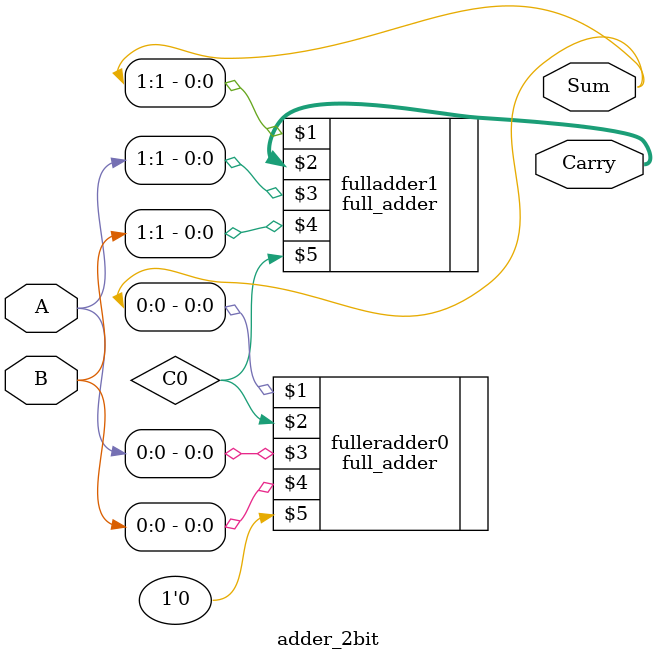
<source format=v>
module adder_2bit(Carry, Sum, A, B);

//carry is a 1 bit output
output wire [1:0]Sum,Carry;
input wire [1:0]A,B;

wire C0;
//wire c1;

//Sum is a 2-bit output

//A, B are are 2 bit inputs

//we then need the adder_2bit tb and do the proper implementation

full_adder fulleradder0(Sum[0],C0,A[0],B[0],1'b0);

full_adder fulladder1(Sum[1],Carry,A[1],B[1],C0);

endmodule
</source>
